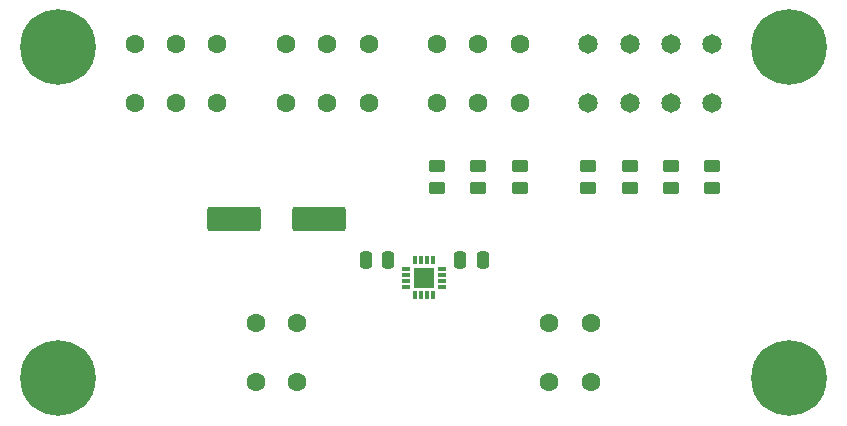
<source format=gts>
%TF.GenerationSoftware,KiCad,Pcbnew,8.0.2*%
%TF.CreationDate,2024-07-24T20:27:57+03:00*%
%TF.ProjectId,DRV8234 DC Motor Driver Expander,44525638-3233-4342-9044-43204d6f746f,rev?*%
%TF.SameCoordinates,PX5f5e100PY5f5e100*%
%TF.FileFunction,Soldermask,Top*%
%TF.FilePolarity,Negative*%
%FSLAX46Y46*%
G04 Gerber Fmt 4.6, Leading zero omitted, Abs format (unit mm)*
G04 Created by KiCad (PCBNEW 8.0.2) date 2024-07-24 20:27:57*
%MOMM*%
%LPD*%
G01*
G04 APERTURE LIST*
G04 Aperture macros list*
%AMRoundRect*
0 Rectangle with rounded corners*
0 $1 Rounding radius*
0 $2 $3 $4 $5 $6 $7 $8 $9 X,Y pos of 4 corners*
0 Add a 4 corners polygon primitive as box body*
4,1,4,$2,$3,$4,$5,$6,$7,$8,$9,$2,$3,0*
0 Add four circle primitives for the rounded corners*
1,1,$1+$1,$2,$3*
1,1,$1+$1,$4,$5*
1,1,$1+$1,$6,$7*
1,1,$1+$1,$8,$9*
0 Add four rect primitives between the rounded corners*
20,1,$1+$1,$2,$3,$4,$5,0*
20,1,$1+$1,$4,$5,$6,$7,0*
20,1,$1+$1,$6,$7,$8,$9,0*
20,1,$1+$1,$8,$9,$2,$3,0*%
G04 Aperture macros list end*
%ADD10C,1.600200*%
%ADD11C,1.650000*%
%ADD12RoundRect,0.250000X-0.250000X-0.475000X0.250000X-0.475000X0.250000X0.475000X-0.250000X0.475000X0*%
%ADD13RoundRect,0.250000X0.250000X0.475000X-0.250000X0.475000X-0.250000X-0.475000X0.250000X-0.475000X0*%
%ADD14R,1.750000X1.750000*%
%ADD15R,0.800000X0.300000*%
%ADD16R,0.300000X0.800000*%
%ADD17RoundRect,0.250000X0.450000X-0.262500X0.450000X0.262500X-0.450000X0.262500X-0.450000X-0.262500X0*%
%ADD18RoundRect,0.250000X-0.450000X0.262500X-0.450000X-0.262500X0.450000X-0.262500X0.450000X0.262500X0*%
%ADD19RoundRect,0.250001X1.999999X0.799999X-1.999999X0.799999X-1.999999X-0.799999X1.999999X-0.799999X0*%
%ADD20C,0.800000*%
%ADD21C,6.400000*%
G04 APERTURE END LIST*
D10*
%TO.C,J5*%
X45099997Y8200000D03*
X45099997Y3200000D03*
X48600000Y8200000D03*
X48600000Y3200000D03*
%TD*%
%TO.C,J1*%
X20249998Y8200000D03*
X20249998Y3200000D03*
X23750001Y8200000D03*
X23750001Y3200000D03*
%TD*%
D11*
%TO.C,J4*%
X58900000Y26800000D03*
X58900000Y31800000D03*
X55400000Y26800000D03*
X55400000Y31800000D03*
X51900000Y26800000D03*
X51900000Y31800000D03*
X48400000Y26800000D03*
X48400000Y31800000D03*
%TD*%
D10*
%TO.C,J3*%
X42586001Y26808900D03*
X42586001Y31808900D03*
X39086001Y26808900D03*
X39086001Y31808900D03*
X35586000Y26808900D03*
X35586000Y31808900D03*
%TD*%
%TO.C,J2*%
X29800000Y26807799D03*
X29800000Y31807799D03*
X26300000Y26807799D03*
X26300000Y31807799D03*
X22799999Y26807799D03*
X22799999Y31807799D03*
%TD*%
%TO.C,J6*%
X17000000Y26800000D03*
X17000000Y31800000D03*
X13500000Y26800000D03*
X13500000Y31800000D03*
X9999999Y26800000D03*
X9999999Y31800000D03*
%TD*%
D12*
%TO.C,C3*%
X39450000Y13500000D03*
X37550000Y13500000D03*
%TD*%
D13*
%TO.C,C1*%
X31450000Y13500000D03*
X29550000Y13500000D03*
%TD*%
D14*
%TO.C,IC1*%
X34500000Y12000000D03*
D15*
X36000000Y12750000D03*
X36000000Y12250000D03*
X36000000Y11750000D03*
X36000000Y11250000D03*
D16*
X35250000Y10500000D03*
X34750000Y10500000D03*
X34250000Y10500000D03*
X33750000Y10500000D03*
D15*
X33000000Y11250000D03*
X33000000Y11750000D03*
X33000000Y12250000D03*
X33000000Y12750000D03*
D16*
X33750000Y13500000D03*
X34250000Y13500000D03*
X34750000Y13500000D03*
X35250000Y13500000D03*
%TD*%
D17*
%TO.C,R7*%
X58900000Y19587500D03*
X58900000Y21412500D03*
%TD*%
%TO.C,R6*%
X55400000Y21412500D03*
X55400000Y19587500D03*
%TD*%
%TO.C,R5*%
X51900000Y19587500D03*
X51900000Y21412500D03*
%TD*%
%TO.C,R4*%
X48400000Y19587500D03*
X48400000Y21412500D03*
%TD*%
%TO.C,R3*%
X39100000Y19587500D03*
X39100000Y21412500D03*
%TD*%
D18*
%TO.C,R2*%
X42600000Y21412500D03*
X42600000Y19587500D03*
%TD*%
D17*
%TO.C,R1*%
X35586000Y19587500D03*
X35586000Y21412500D03*
%TD*%
D19*
%TO.C,C2*%
X25600000Y17000000D03*
X18400000Y17000000D03*
%TD*%
D20*
%TO.C,H2*%
X63000000Y31500000D03*
X63702944Y33197056D03*
X63702944Y29802944D03*
X65400000Y33900000D03*
D21*
X65400000Y31500000D03*
D20*
X65400000Y29100000D03*
X67097056Y33197056D03*
X67097056Y29802944D03*
X67800000Y31500000D03*
%TD*%
%TO.C,H3*%
X1100000Y3500000D03*
X1802944Y5197056D03*
X1802944Y1802944D03*
X3500000Y5900000D03*
D21*
X3500000Y3500000D03*
D20*
X3500000Y1100000D03*
X5197056Y5197056D03*
X5197056Y1802944D03*
X5900000Y3500000D03*
%TD*%
%TO.C,H1*%
X5900000Y31500000D03*
X5197056Y29802944D03*
X5197056Y33197056D03*
X3500000Y29100000D03*
D21*
X3500000Y31500000D03*
D20*
X3500000Y33900000D03*
X1802944Y29802944D03*
X1802944Y33197056D03*
X1100000Y31500000D03*
%TD*%
%TO.C,H4*%
X67800000Y3500000D03*
X67097056Y1802944D03*
X67097056Y5197056D03*
X65400000Y1100000D03*
D21*
X65400000Y3500000D03*
D20*
X65400000Y5900000D03*
X63702944Y1802944D03*
X63702944Y5197056D03*
X63000000Y3500000D03*
%TD*%
M02*

</source>
